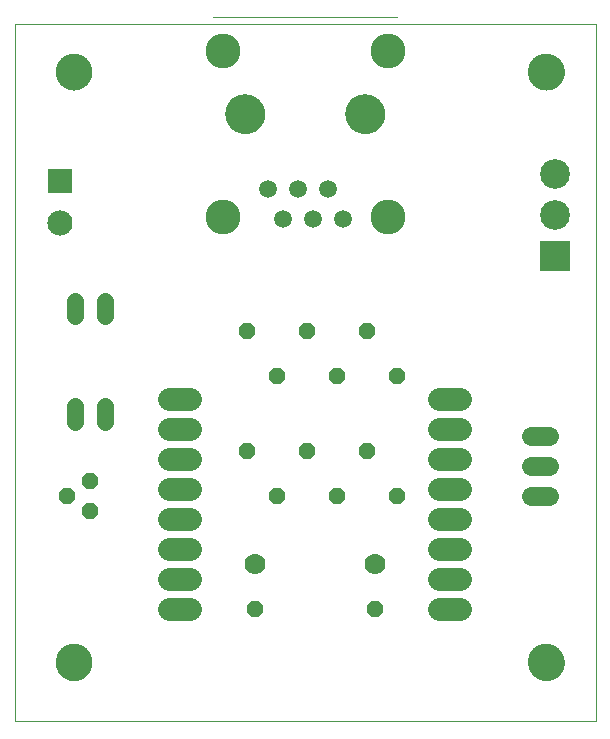
<source format=gbs>
G75*
%MOIN*%
%OFA0B0*%
%FSLAX25Y25*%
%IPPOS*%
%LPD*%
%AMOC8*
5,1,8,0,0,1.08239X$1,22.5*
%
%ADD10C,0.00000*%
%ADD11R,0.08400X0.08400*%
%ADD12C,0.08400*%
%ADD13R,0.09900X0.09900*%
%ADD14C,0.09900*%
%ADD15OC8,0.05600*%
%ADD16C,0.07600*%
%ADD17C,0.00039*%
%ADD18C,0.05943*%
%ADD19C,0.11620*%
%ADD20C,0.13200*%
%ADD21C,0.07000*%
%ADD22C,0.12211*%
%ADD23C,0.05600*%
%ADD24C,0.06400*%
D10*
X0001800Y0001800D02*
X0001800Y0234261D01*
X0195501Y0234261D01*
X0195501Y0001800D01*
X0001800Y0001800D01*
X0015579Y0021485D02*
X0015581Y0021638D01*
X0015587Y0021792D01*
X0015597Y0021945D01*
X0015611Y0022097D01*
X0015629Y0022250D01*
X0015651Y0022401D01*
X0015676Y0022552D01*
X0015706Y0022703D01*
X0015740Y0022853D01*
X0015777Y0023001D01*
X0015818Y0023149D01*
X0015863Y0023295D01*
X0015912Y0023441D01*
X0015965Y0023585D01*
X0016021Y0023727D01*
X0016081Y0023868D01*
X0016145Y0024008D01*
X0016212Y0024146D01*
X0016283Y0024282D01*
X0016358Y0024416D01*
X0016435Y0024548D01*
X0016517Y0024678D01*
X0016601Y0024806D01*
X0016689Y0024932D01*
X0016780Y0025055D01*
X0016874Y0025176D01*
X0016972Y0025294D01*
X0017072Y0025410D01*
X0017176Y0025523D01*
X0017282Y0025634D01*
X0017391Y0025742D01*
X0017503Y0025847D01*
X0017617Y0025948D01*
X0017735Y0026047D01*
X0017854Y0026143D01*
X0017976Y0026236D01*
X0018101Y0026325D01*
X0018228Y0026412D01*
X0018357Y0026494D01*
X0018488Y0026574D01*
X0018621Y0026650D01*
X0018756Y0026723D01*
X0018893Y0026792D01*
X0019032Y0026857D01*
X0019172Y0026919D01*
X0019314Y0026977D01*
X0019457Y0027032D01*
X0019602Y0027083D01*
X0019748Y0027130D01*
X0019895Y0027173D01*
X0020043Y0027212D01*
X0020192Y0027248D01*
X0020342Y0027279D01*
X0020493Y0027307D01*
X0020644Y0027331D01*
X0020797Y0027351D01*
X0020949Y0027367D01*
X0021102Y0027379D01*
X0021255Y0027387D01*
X0021408Y0027391D01*
X0021562Y0027391D01*
X0021715Y0027387D01*
X0021868Y0027379D01*
X0022021Y0027367D01*
X0022173Y0027351D01*
X0022326Y0027331D01*
X0022477Y0027307D01*
X0022628Y0027279D01*
X0022778Y0027248D01*
X0022927Y0027212D01*
X0023075Y0027173D01*
X0023222Y0027130D01*
X0023368Y0027083D01*
X0023513Y0027032D01*
X0023656Y0026977D01*
X0023798Y0026919D01*
X0023938Y0026857D01*
X0024077Y0026792D01*
X0024214Y0026723D01*
X0024349Y0026650D01*
X0024482Y0026574D01*
X0024613Y0026494D01*
X0024742Y0026412D01*
X0024869Y0026325D01*
X0024994Y0026236D01*
X0025116Y0026143D01*
X0025235Y0026047D01*
X0025353Y0025948D01*
X0025467Y0025847D01*
X0025579Y0025742D01*
X0025688Y0025634D01*
X0025794Y0025523D01*
X0025898Y0025410D01*
X0025998Y0025294D01*
X0026096Y0025176D01*
X0026190Y0025055D01*
X0026281Y0024932D01*
X0026369Y0024806D01*
X0026453Y0024678D01*
X0026535Y0024548D01*
X0026612Y0024416D01*
X0026687Y0024282D01*
X0026758Y0024146D01*
X0026825Y0024008D01*
X0026889Y0023868D01*
X0026949Y0023727D01*
X0027005Y0023585D01*
X0027058Y0023441D01*
X0027107Y0023295D01*
X0027152Y0023149D01*
X0027193Y0023001D01*
X0027230Y0022853D01*
X0027264Y0022703D01*
X0027294Y0022552D01*
X0027319Y0022401D01*
X0027341Y0022250D01*
X0027359Y0022097D01*
X0027373Y0021945D01*
X0027383Y0021792D01*
X0027389Y0021638D01*
X0027391Y0021485D01*
X0027389Y0021332D01*
X0027383Y0021178D01*
X0027373Y0021025D01*
X0027359Y0020873D01*
X0027341Y0020720D01*
X0027319Y0020569D01*
X0027294Y0020418D01*
X0027264Y0020267D01*
X0027230Y0020117D01*
X0027193Y0019969D01*
X0027152Y0019821D01*
X0027107Y0019675D01*
X0027058Y0019529D01*
X0027005Y0019385D01*
X0026949Y0019243D01*
X0026889Y0019102D01*
X0026825Y0018962D01*
X0026758Y0018824D01*
X0026687Y0018688D01*
X0026612Y0018554D01*
X0026535Y0018422D01*
X0026453Y0018292D01*
X0026369Y0018164D01*
X0026281Y0018038D01*
X0026190Y0017915D01*
X0026096Y0017794D01*
X0025998Y0017676D01*
X0025898Y0017560D01*
X0025794Y0017447D01*
X0025688Y0017336D01*
X0025579Y0017228D01*
X0025467Y0017123D01*
X0025353Y0017022D01*
X0025235Y0016923D01*
X0025116Y0016827D01*
X0024994Y0016734D01*
X0024869Y0016645D01*
X0024742Y0016558D01*
X0024613Y0016476D01*
X0024482Y0016396D01*
X0024349Y0016320D01*
X0024214Y0016247D01*
X0024077Y0016178D01*
X0023938Y0016113D01*
X0023798Y0016051D01*
X0023656Y0015993D01*
X0023513Y0015938D01*
X0023368Y0015887D01*
X0023222Y0015840D01*
X0023075Y0015797D01*
X0022927Y0015758D01*
X0022778Y0015722D01*
X0022628Y0015691D01*
X0022477Y0015663D01*
X0022326Y0015639D01*
X0022173Y0015619D01*
X0022021Y0015603D01*
X0021868Y0015591D01*
X0021715Y0015583D01*
X0021562Y0015579D01*
X0021408Y0015579D01*
X0021255Y0015583D01*
X0021102Y0015591D01*
X0020949Y0015603D01*
X0020797Y0015619D01*
X0020644Y0015639D01*
X0020493Y0015663D01*
X0020342Y0015691D01*
X0020192Y0015722D01*
X0020043Y0015758D01*
X0019895Y0015797D01*
X0019748Y0015840D01*
X0019602Y0015887D01*
X0019457Y0015938D01*
X0019314Y0015993D01*
X0019172Y0016051D01*
X0019032Y0016113D01*
X0018893Y0016178D01*
X0018756Y0016247D01*
X0018621Y0016320D01*
X0018488Y0016396D01*
X0018357Y0016476D01*
X0018228Y0016558D01*
X0018101Y0016645D01*
X0017976Y0016734D01*
X0017854Y0016827D01*
X0017735Y0016923D01*
X0017617Y0017022D01*
X0017503Y0017123D01*
X0017391Y0017228D01*
X0017282Y0017336D01*
X0017176Y0017447D01*
X0017072Y0017560D01*
X0016972Y0017676D01*
X0016874Y0017794D01*
X0016780Y0017915D01*
X0016689Y0018038D01*
X0016601Y0018164D01*
X0016517Y0018292D01*
X0016435Y0018422D01*
X0016358Y0018554D01*
X0016283Y0018688D01*
X0016212Y0018824D01*
X0016145Y0018962D01*
X0016081Y0019102D01*
X0016021Y0019243D01*
X0015965Y0019385D01*
X0015912Y0019529D01*
X0015863Y0019675D01*
X0015818Y0019821D01*
X0015777Y0019969D01*
X0015740Y0020117D01*
X0015706Y0020267D01*
X0015676Y0020418D01*
X0015651Y0020569D01*
X0015629Y0020720D01*
X0015611Y0020873D01*
X0015597Y0021025D01*
X0015587Y0021178D01*
X0015581Y0021332D01*
X0015579Y0021485D01*
X0072231Y0204300D02*
X0072233Y0204460D01*
X0072239Y0204619D01*
X0072249Y0204778D01*
X0072263Y0204937D01*
X0072281Y0205096D01*
X0072302Y0205254D01*
X0072328Y0205411D01*
X0072358Y0205568D01*
X0072391Y0205724D01*
X0072429Y0205879D01*
X0072470Y0206033D01*
X0072515Y0206186D01*
X0072564Y0206338D01*
X0072617Y0206489D01*
X0072673Y0206638D01*
X0072734Y0206786D01*
X0072797Y0206932D01*
X0072865Y0207077D01*
X0072936Y0207220D01*
X0073010Y0207361D01*
X0073088Y0207500D01*
X0073170Y0207637D01*
X0073255Y0207772D01*
X0073343Y0207905D01*
X0073435Y0208036D01*
X0073529Y0208164D01*
X0073627Y0208290D01*
X0073728Y0208414D01*
X0073832Y0208535D01*
X0073939Y0208653D01*
X0074049Y0208769D01*
X0074162Y0208882D01*
X0074278Y0208992D01*
X0074396Y0209099D01*
X0074517Y0209203D01*
X0074641Y0209304D01*
X0074767Y0209402D01*
X0074895Y0209496D01*
X0075026Y0209588D01*
X0075159Y0209676D01*
X0075294Y0209761D01*
X0075431Y0209843D01*
X0075570Y0209921D01*
X0075711Y0209995D01*
X0075854Y0210066D01*
X0075999Y0210134D01*
X0076145Y0210197D01*
X0076293Y0210258D01*
X0076442Y0210314D01*
X0076593Y0210367D01*
X0076745Y0210416D01*
X0076898Y0210461D01*
X0077052Y0210502D01*
X0077207Y0210540D01*
X0077363Y0210573D01*
X0077520Y0210603D01*
X0077677Y0210629D01*
X0077835Y0210650D01*
X0077994Y0210668D01*
X0078153Y0210682D01*
X0078312Y0210692D01*
X0078471Y0210698D01*
X0078631Y0210700D01*
X0078791Y0210698D01*
X0078950Y0210692D01*
X0079109Y0210682D01*
X0079268Y0210668D01*
X0079427Y0210650D01*
X0079585Y0210629D01*
X0079742Y0210603D01*
X0079899Y0210573D01*
X0080055Y0210540D01*
X0080210Y0210502D01*
X0080364Y0210461D01*
X0080517Y0210416D01*
X0080669Y0210367D01*
X0080820Y0210314D01*
X0080969Y0210258D01*
X0081117Y0210197D01*
X0081263Y0210134D01*
X0081408Y0210066D01*
X0081551Y0209995D01*
X0081692Y0209921D01*
X0081831Y0209843D01*
X0081968Y0209761D01*
X0082103Y0209676D01*
X0082236Y0209588D01*
X0082367Y0209496D01*
X0082495Y0209402D01*
X0082621Y0209304D01*
X0082745Y0209203D01*
X0082866Y0209099D01*
X0082984Y0208992D01*
X0083100Y0208882D01*
X0083213Y0208769D01*
X0083323Y0208653D01*
X0083430Y0208535D01*
X0083534Y0208414D01*
X0083635Y0208290D01*
X0083733Y0208164D01*
X0083827Y0208036D01*
X0083919Y0207905D01*
X0084007Y0207772D01*
X0084092Y0207637D01*
X0084174Y0207500D01*
X0084252Y0207361D01*
X0084326Y0207220D01*
X0084397Y0207077D01*
X0084465Y0206932D01*
X0084528Y0206786D01*
X0084589Y0206638D01*
X0084645Y0206489D01*
X0084698Y0206338D01*
X0084747Y0206186D01*
X0084792Y0206033D01*
X0084833Y0205879D01*
X0084871Y0205724D01*
X0084904Y0205568D01*
X0084934Y0205411D01*
X0084960Y0205254D01*
X0084981Y0205096D01*
X0084999Y0204937D01*
X0085013Y0204778D01*
X0085023Y0204619D01*
X0085029Y0204460D01*
X0085031Y0204300D01*
X0085029Y0204140D01*
X0085023Y0203981D01*
X0085013Y0203822D01*
X0084999Y0203663D01*
X0084981Y0203504D01*
X0084960Y0203346D01*
X0084934Y0203189D01*
X0084904Y0203032D01*
X0084871Y0202876D01*
X0084833Y0202721D01*
X0084792Y0202567D01*
X0084747Y0202414D01*
X0084698Y0202262D01*
X0084645Y0202111D01*
X0084589Y0201962D01*
X0084528Y0201814D01*
X0084465Y0201668D01*
X0084397Y0201523D01*
X0084326Y0201380D01*
X0084252Y0201239D01*
X0084174Y0201100D01*
X0084092Y0200963D01*
X0084007Y0200828D01*
X0083919Y0200695D01*
X0083827Y0200564D01*
X0083733Y0200436D01*
X0083635Y0200310D01*
X0083534Y0200186D01*
X0083430Y0200065D01*
X0083323Y0199947D01*
X0083213Y0199831D01*
X0083100Y0199718D01*
X0082984Y0199608D01*
X0082866Y0199501D01*
X0082745Y0199397D01*
X0082621Y0199296D01*
X0082495Y0199198D01*
X0082367Y0199104D01*
X0082236Y0199012D01*
X0082103Y0198924D01*
X0081968Y0198839D01*
X0081831Y0198757D01*
X0081692Y0198679D01*
X0081551Y0198605D01*
X0081408Y0198534D01*
X0081263Y0198466D01*
X0081117Y0198403D01*
X0080969Y0198342D01*
X0080820Y0198286D01*
X0080669Y0198233D01*
X0080517Y0198184D01*
X0080364Y0198139D01*
X0080210Y0198098D01*
X0080055Y0198060D01*
X0079899Y0198027D01*
X0079742Y0197997D01*
X0079585Y0197971D01*
X0079427Y0197950D01*
X0079268Y0197932D01*
X0079109Y0197918D01*
X0078950Y0197908D01*
X0078791Y0197902D01*
X0078631Y0197900D01*
X0078471Y0197902D01*
X0078312Y0197908D01*
X0078153Y0197918D01*
X0077994Y0197932D01*
X0077835Y0197950D01*
X0077677Y0197971D01*
X0077520Y0197997D01*
X0077363Y0198027D01*
X0077207Y0198060D01*
X0077052Y0198098D01*
X0076898Y0198139D01*
X0076745Y0198184D01*
X0076593Y0198233D01*
X0076442Y0198286D01*
X0076293Y0198342D01*
X0076145Y0198403D01*
X0075999Y0198466D01*
X0075854Y0198534D01*
X0075711Y0198605D01*
X0075570Y0198679D01*
X0075431Y0198757D01*
X0075294Y0198839D01*
X0075159Y0198924D01*
X0075026Y0199012D01*
X0074895Y0199104D01*
X0074767Y0199198D01*
X0074641Y0199296D01*
X0074517Y0199397D01*
X0074396Y0199501D01*
X0074278Y0199608D01*
X0074162Y0199718D01*
X0074049Y0199831D01*
X0073939Y0199947D01*
X0073832Y0200065D01*
X0073728Y0200186D01*
X0073627Y0200310D01*
X0073529Y0200436D01*
X0073435Y0200564D01*
X0073343Y0200695D01*
X0073255Y0200828D01*
X0073170Y0200963D01*
X0073088Y0201100D01*
X0073010Y0201239D01*
X0072936Y0201380D01*
X0072865Y0201523D01*
X0072797Y0201668D01*
X0072734Y0201814D01*
X0072673Y0201962D01*
X0072617Y0202111D01*
X0072564Y0202262D01*
X0072515Y0202414D01*
X0072470Y0202567D01*
X0072429Y0202721D01*
X0072391Y0202876D01*
X0072358Y0203032D01*
X0072328Y0203189D01*
X0072302Y0203346D01*
X0072281Y0203504D01*
X0072263Y0203663D01*
X0072249Y0203822D01*
X0072239Y0203981D01*
X0072233Y0204140D01*
X0072231Y0204300D01*
X0112231Y0204300D02*
X0112233Y0204460D01*
X0112239Y0204619D01*
X0112249Y0204778D01*
X0112263Y0204937D01*
X0112281Y0205096D01*
X0112302Y0205254D01*
X0112328Y0205411D01*
X0112358Y0205568D01*
X0112391Y0205724D01*
X0112429Y0205879D01*
X0112470Y0206033D01*
X0112515Y0206186D01*
X0112564Y0206338D01*
X0112617Y0206489D01*
X0112673Y0206638D01*
X0112734Y0206786D01*
X0112797Y0206932D01*
X0112865Y0207077D01*
X0112936Y0207220D01*
X0113010Y0207361D01*
X0113088Y0207500D01*
X0113170Y0207637D01*
X0113255Y0207772D01*
X0113343Y0207905D01*
X0113435Y0208036D01*
X0113529Y0208164D01*
X0113627Y0208290D01*
X0113728Y0208414D01*
X0113832Y0208535D01*
X0113939Y0208653D01*
X0114049Y0208769D01*
X0114162Y0208882D01*
X0114278Y0208992D01*
X0114396Y0209099D01*
X0114517Y0209203D01*
X0114641Y0209304D01*
X0114767Y0209402D01*
X0114895Y0209496D01*
X0115026Y0209588D01*
X0115159Y0209676D01*
X0115294Y0209761D01*
X0115431Y0209843D01*
X0115570Y0209921D01*
X0115711Y0209995D01*
X0115854Y0210066D01*
X0115999Y0210134D01*
X0116145Y0210197D01*
X0116293Y0210258D01*
X0116442Y0210314D01*
X0116593Y0210367D01*
X0116745Y0210416D01*
X0116898Y0210461D01*
X0117052Y0210502D01*
X0117207Y0210540D01*
X0117363Y0210573D01*
X0117520Y0210603D01*
X0117677Y0210629D01*
X0117835Y0210650D01*
X0117994Y0210668D01*
X0118153Y0210682D01*
X0118312Y0210692D01*
X0118471Y0210698D01*
X0118631Y0210700D01*
X0118791Y0210698D01*
X0118950Y0210692D01*
X0119109Y0210682D01*
X0119268Y0210668D01*
X0119427Y0210650D01*
X0119585Y0210629D01*
X0119742Y0210603D01*
X0119899Y0210573D01*
X0120055Y0210540D01*
X0120210Y0210502D01*
X0120364Y0210461D01*
X0120517Y0210416D01*
X0120669Y0210367D01*
X0120820Y0210314D01*
X0120969Y0210258D01*
X0121117Y0210197D01*
X0121263Y0210134D01*
X0121408Y0210066D01*
X0121551Y0209995D01*
X0121692Y0209921D01*
X0121831Y0209843D01*
X0121968Y0209761D01*
X0122103Y0209676D01*
X0122236Y0209588D01*
X0122367Y0209496D01*
X0122495Y0209402D01*
X0122621Y0209304D01*
X0122745Y0209203D01*
X0122866Y0209099D01*
X0122984Y0208992D01*
X0123100Y0208882D01*
X0123213Y0208769D01*
X0123323Y0208653D01*
X0123430Y0208535D01*
X0123534Y0208414D01*
X0123635Y0208290D01*
X0123733Y0208164D01*
X0123827Y0208036D01*
X0123919Y0207905D01*
X0124007Y0207772D01*
X0124092Y0207637D01*
X0124174Y0207500D01*
X0124252Y0207361D01*
X0124326Y0207220D01*
X0124397Y0207077D01*
X0124465Y0206932D01*
X0124528Y0206786D01*
X0124589Y0206638D01*
X0124645Y0206489D01*
X0124698Y0206338D01*
X0124747Y0206186D01*
X0124792Y0206033D01*
X0124833Y0205879D01*
X0124871Y0205724D01*
X0124904Y0205568D01*
X0124934Y0205411D01*
X0124960Y0205254D01*
X0124981Y0205096D01*
X0124999Y0204937D01*
X0125013Y0204778D01*
X0125023Y0204619D01*
X0125029Y0204460D01*
X0125031Y0204300D01*
X0125029Y0204140D01*
X0125023Y0203981D01*
X0125013Y0203822D01*
X0124999Y0203663D01*
X0124981Y0203504D01*
X0124960Y0203346D01*
X0124934Y0203189D01*
X0124904Y0203032D01*
X0124871Y0202876D01*
X0124833Y0202721D01*
X0124792Y0202567D01*
X0124747Y0202414D01*
X0124698Y0202262D01*
X0124645Y0202111D01*
X0124589Y0201962D01*
X0124528Y0201814D01*
X0124465Y0201668D01*
X0124397Y0201523D01*
X0124326Y0201380D01*
X0124252Y0201239D01*
X0124174Y0201100D01*
X0124092Y0200963D01*
X0124007Y0200828D01*
X0123919Y0200695D01*
X0123827Y0200564D01*
X0123733Y0200436D01*
X0123635Y0200310D01*
X0123534Y0200186D01*
X0123430Y0200065D01*
X0123323Y0199947D01*
X0123213Y0199831D01*
X0123100Y0199718D01*
X0122984Y0199608D01*
X0122866Y0199501D01*
X0122745Y0199397D01*
X0122621Y0199296D01*
X0122495Y0199198D01*
X0122367Y0199104D01*
X0122236Y0199012D01*
X0122103Y0198924D01*
X0121968Y0198839D01*
X0121831Y0198757D01*
X0121692Y0198679D01*
X0121551Y0198605D01*
X0121408Y0198534D01*
X0121263Y0198466D01*
X0121117Y0198403D01*
X0120969Y0198342D01*
X0120820Y0198286D01*
X0120669Y0198233D01*
X0120517Y0198184D01*
X0120364Y0198139D01*
X0120210Y0198098D01*
X0120055Y0198060D01*
X0119899Y0198027D01*
X0119742Y0197997D01*
X0119585Y0197971D01*
X0119427Y0197950D01*
X0119268Y0197932D01*
X0119109Y0197918D01*
X0118950Y0197908D01*
X0118791Y0197902D01*
X0118631Y0197900D01*
X0118471Y0197902D01*
X0118312Y0197908D01*
X0118153Y0197918D01*
X0117994Y0197932D01*
X0117835Y0197950D01*
X0117677Y0197971D01*
X0117520Y0197997D01*
X0117363Y0198027D01*
X0117207Y0198060D01*
X0117052Y0198098D01*
X0116898Y0198139D01*
X0116745Y0198184D01*
X0116593Y0198233D01*
X0116442Y0198286D01*
X0116293Y0198342D01*
X0116145Y0198403D01*
X0115999Y0198466D01*
X0115854Y0198534D01*
X0115711Y0198605D01*
X0115570Y0198679D01*
X0115431Y0198757D01*
X0115294Y0198839D01*
X0115159Y0198924D01*
X0115026Y0199012D01*
X0114895Y0199104D01*
X0114767Y0199198D01*
X0114641Y0199296D01*
X0114517Y0199397D01*
X0114396Y0199501D01*
X0114278Y0199608D01*
X0114162Y0199718D01*
X0114049Y0199831D01*
X0113939Y0199947D01*
X0113832Y0200065D01*
X0113728Y0200186D01*
X0113627Y0200310D01*
X0113529Y0200436D01*
X0113435Y0200564D01*
X0113343Y0200695D01*
X0113255Y0200828D01*
X0113170Y0200963D01*
X0113088Y0201100D01*
X0113010Y0201239D01*
X0112936Y0201380D01*
X0112865Y0201523D01*
X0112797Y0201668D01*
X0112734Y0201814D01*
X0112673Y0201962D01*
X0112617Y0202111D01*
X0112564Y0202262D01*
X0112515Y0202414D01*
X0112470Y0202567D01*
X0112429Y0202721D01*
X0112391Y0202876D01*
X0112358Y0203032D01*
X0112328Y0203189D01*
X0112302Y0203346D01*
X0112281Y0203504D01*
X0112263Y0203663D01*
X0112249Y0203822D01*
X0112239Y0203981D01*
X0112233Y0204140D01*
X0112231Y0204300D01*
X0173059Y0218335D02*
X0173061Y0218488D01*
X0173067Y0218642D01*
X0173077Y0218795D01*
X0173091Y0218947D01*
X0173109Y0219100D01*
X0173131Y0219251D01*
X0173156Y0219402D01*
X0173186Y0219553D01*
X0173220Y0219703D01*
X0173257Y0219851D01*
X0173298Y0219999D01*
X0173343Y0220145D01*
X0173392Y0220291D01*
X0173445Y0220435D01*
X0173501Y0220577D01*
X0173561Y0220718D01*
X0173625Y0220858D01*
X0173692Y0220996D01*
X0173763Y0221132D01*
X0173838Y0221266D01*
X0173915Y0221398D01*
X0173997Y0221528D01*
X0174081Y0221656D01*
X0174169Y0221782D01*
X0174260Y0221905D01*
X0174354Y0222026D01*
X0174452Y0222144D01*
X0174552Y0222260D01*
X0174656Y0222373D01*
X0174762Y0222484D01*
X0174871Y0222592D01*
X0174983Y0222697D01*
X0175097Y0222798D01*
X0175215Y0222897D01*
X0175334Y0222993D01*
X0175456Y0223086D01*
X0175581Y0223175D01*
X0175708Y0223262D01*
X0175837Y0223344D01*
X0175968Y0223424D01*
X0176101Y0223500D01*
X0176236Y0223573D01*
X0176373Y0223642D01*
X0176512Y0223707D01*
X0176652Y0223769D01*
X0176794Y0223827D01*
X0176937Y0223882D01*
X0177082Y0223933D01*
X0177228Y0223980D01*
X0177375Y0224023D01*
X0177523Y0224062D01*
X0177672Y0224098D01*
X0177822Y0224129D01*
X0177973Y0224157D01*
X0178124Y0224181D01*
X0178277Y0224201D01*
X0178429Y0224217D01*
X0178582Y0224229D01*
X0178735Y0224237D01*
X0178888Y0224241D01*
X0179042Y0224241D01*
X0179195Y0224237D01*
X0179348Y0224229D01*
X0179501Y0224217D01*
X0179653Y0224201D01*
X0179806Y0224181D01*
X0179957Y0224157D01*
X0180108Y0224129D01*
X0180258Y0224098D01*
X0180407Y0224062D01*
X0180555Y0224023D01*
X0180702Y0223980D01*
X0180848Y0223933D01*
X0180993Y0223882D01*
X0181136Y0223827D01*
X0181278Y0223769D01*
X0181418Y0223707D01*
X0181557Y0223642D01*
X0181694Y0223573D01*
X0181829Y0223500D01*
X0181962Y0223424D01*
X0182093Y0223344D01*
X0182222Y0223262D01*
X0182349Y0223175D01*
X0182474Y0223086D01*
X0182596Y0222993D01*
X0182715Y0222897D01*
X0182833Y0222798D01*
X0182947Y0222697D01*
X0183059Y0222592D01*
X0183168Y0222484D01*
X0183274Y0222373D01*
X0183378Y0222260D01*
X0183478Y0222144D01*
X0183576Y0222026D01*
X0183670Y0221905D01*
X0183761Y0221782D01*
X0183849Y0221656D01*
X0183933Y0221528D01*
X0184015Y0221398D01*
X0184092Y0221266D01*
X0184167Y0221132D01*
X0184238Y0220996D01*
X0184305Y0220858D01*
X0184369Y0220718D01*
X0184429Y0220577D01*
X0184485Y0220435D01*
X0184538Y0220291D01*
X0184587Y0220145D01*
X0184632Y0219999D01*
X0184673Y0219851D01*
X0184710Y0219703D01*
X0184744Y0219553D01*
X0184774Y0219402D01*
X0184799Y0219251D01*
X0184821Y0219100D01*
X0184839Y0218947D01*
X0184853Y0218795D01*
X0184863Y0218642D01*
X0184869Y0218488D01*
X0184871Y0218335D01*
X0184869Y0218182D01*
X0184863Y0218028D01*
X0184853Y0217875D01*
X0184839Y0217723D01*
X0184821Y0217570D01*
X0184799Y0217419D01*
X0184774Y0217268D01*
X0184744Y0217117D01*
X0184710Y0216967D01*
X0184673Y0216819D01*
X0184632Y0216671D01*
X0184587Y0216525D01*
X0184538Y0216379D01*
X0184485Y0216235D01*
X0184429Y0216093D01*
X0184369Y0215952D01*
X0184305Y0215812D01*
X0184238Y0215674D01*
X0184167Y0215538D01*
X0184092Y0215404D01*
X0184015Y0215272D01*
X0183933Y0215142D01*
X0183849Y0215014D01*
X0183761Y0214888D01*
X0183670Y0214765D01*
X0183576Y0214644D01*
X0183478Y0214526D01*
X0183378Y0214410D01*
X0183274Y0214297D01*
X0183168Y0214186D01*
X0183059Y0214078D01*
X0182947Y0213973D01*
X0182833Y0213872D01*
X0182715Y0213773D01*
X0182596Y0213677D01*
X0182474Y0213584D01*
X0182349Y0213495D01*
X0182222Y0213408D01*
X0182093Y0213326D01*
X0181962Y0213246D01*
X0181829Y0213170D01*
X0181694Y0213097D01*
X0181557Y0213028D01*
X0181418Y0212963D01*
X0181278Y0212901D01*
X0181136Y0212843D01*
X0180993Y0212788D01*
X0180848Y0212737D01*
X0180702Y0212690D01*
X0180555Y0212647D01*
X0180407Y0212608D01*
X0180258Y0212572D01*
X0180108Y0212541D01*
X0179957Y0212513D01*
X0179806Y0212489D01*
X0179653Y0212469D01*
X0179501Y0212453D01*
X0179348Y0212441D01*
X0179195Y0212433D01*
X0179042Y0212429D01*
X0178888Y0212429D01*
X0178735Y0212433D01*
X0178582Y0212441D01*
X0178429Y0212453D01*
X0178277Y0212469D01*
X0178124Y0212489D01*
X0177973Y0212513D01*
X0177822Y0212541D01*
X0177672Y0212572D01*
X0177523Y0212608D01*
X0177375Y0212647D01*
X0177228Y0212690D01*
X0177082Y0212737D01*
X0176937Y0212788D01*
X0176794Y0212843D01*
X0176652Y0212901D01*
X0176512Y0212963D01*
X0176373Y0213028D01*
X0176236Y0213097D01*
X0176101Y0213170D01*
X0175968Y0213246D01*
X0175837Y0213326D01*
X0175708Y0213408D01*
X0175581Y0213495D01*
X0175456Y0213584D01*
X0175334Y0213677D01*
X0175215Y0213773D01*
X0175097Y0213872D01*
X0174983Y0213973D01*
X0174871Y0214078D01*
X0174762Y0214186D01*
X0174656Y0214297D01*
X0174552Y0214410D01*
X0174452Y0214526D01*
X0174354Y0214644D01*
X0174260Y0214765D01*
X0174169Y0214888D01*
X0174081Y0215014D01*
X0173997Y0215142D01*
X0173915Y0215272D01*
X0173838Y0215404D01*
X0173763Y0215538D01*
X0173692Y0215674D01*
X0173625Y0215812D01*
X0173561Y0215952D01*
X0173501Y0216093D01*
X0173445Y0216235D01*
X0173392Y0216379D01*
X0173343Y0216525D01*
X0173298Y0216671D01*
X0173257Y0216819D01*
X0173220Y0216967D01*
X0173186Y0217117D01*
X0173156Y0217268D01*
X0173131Y0217419D01*
X0173109Y0217570D01*
X0173091Y0217723D01*
X0173077Y0217875D01*
X0173067Y0218028D01*
X0173061Y0218182D01*
X0173059Y0218335D01*
X0015579Y0218335D02*
X0015581Y0218488D01*
X0015587Y0218642D01*
X0015597Y0218795D01*
X0015611Y0218947D01*
X0015629Y0219100D01*
X0015651Y0219251D01*
X0015676Y0219402D01*
X0015706Y0219553D01*
X0015740Y0219703D01*
X0015777Y0219851D01*
X0015818Y0219999D01*
X0015863Y0220145D01*
X0015912Y0220291D01*
X0015965Y0220435D01*
X0016021Y0220577D01*
X0016081Y0220718D01*
X0016145Y0220858D01*
X0016212Y0220996D01*
X0016283Y0221132D01*
X0016358Y0221266D01*
X0016435Y0221398D01*
X0016517Y0221528D01*
X0016601Y0221656D01*
X0016689Y0221782D01*
X0016780Y0221905D01*
X0016874Y0222026D01*
X0016972Y0222144D01*
X0017072Y0222260D01*
X0017176Y0222373D01*
X0017282Y0222484D01*
X0017391Y0222592D01*
X0017503Y0222697D01*
X0017617Y0222798D01*
X0017735Y0222897D01*
X0017854Y0222993D01*
X0017976Y0223086D01*
X0018101Y0223175D01*
X0018228Y0223262D01*
X0018357Y0223344D01*
X0018488Y0223424D01*
X0018621Y0223500D01*
X0018756Y0223573D01*
X0018893Y0223642D01*
X0019032Y0223707D01*
X0019172Y0223769D01*
X0019314Y0223827D01*
X0019457Y0223882D01*
X0019602Y0223933D01*
X0019748Y0223980D01*
X0019895Y0224023D01*
X0020043Y0224062D01*
X0020192Y0224098D01*
X0020342Y0224129D01*
X0020493Y0224157D01*
X0020644Y0224181D01*
X0020797Y0224201D01*
X0020949Y0224217D01*
X0021102Y0224229D01*
X0021255Y0224237D01*
X0021408Y0224241D01*
X0021562Y0224241D01*
X0021715Y0224237D01*
X0021868Y0224229D01*
X0022021Y0224217D01*
X0022173Y0224201D01*
X0022326Y0224181D01*
X0022477Y0224157D01*
X0022628Y0224129D01*
X0022778Y0224098D01*
X0022927Y0224062D01*
X0023075Y0224023D01*
X0023222Y0223980D01*
X0023368Y0223933D01*
X0023513Y0223882D01*
X0023656Y0223827D01*
X0023798Y0223769D01*
X0023938Y0223707D01*
X0024077Y0223642D01*
X0024214Y0223573D01*
X0024349Y0223500D01*
X0024482Y0223424D01*
X0024613Y0223344D01*
X0024742Y0223262D01*
X0024869Y0223175D01*
X0024994Y0223086D01*
X0025116Y0222993D01*
X0025235Y0222897D01*
X0025353Y0222798D01*
X0025467Y0222697D01*
X0025579Y0222592D01*
X0025688Y0222484D01*
X0025794Y0222373D01*
X0025898Y0222260D01*
X0025998Y0222144D01*
X0026096Y0222026D01*
X0026190Y0221905D01*
X0026281Y0221782D01*
X0026369Y0221656D01*
X0026453Y0221528D01*
X0026535Y0221398D01*
X0026612Y0221266D01*
X0026687Y0221132D01*
X0026758Y0220996D01*
X0026825Y0220858D01*
X0026889Y0220718D01*
X0026949Y0220577D01*
X0027005Y0220435D01*
X0027058Y0220291D01*
X0027107Y0220145D01*
X0027152Y0219999D01*
X0027193Y0219851D01*
X0027230Y0219703D01*
X0027264Y0219553D01*
X0027294Y0219402D01*
X0027319Y0219251D01*
X0027341Y0219100D01*
X0027359Y0218947D01*
X0027373Y0218795D01*
X0027383Y0218642D01*
X0027389Y0218488D01*
X0027391Y0218335D01*
X0027389Y0218182D01*
X0027383Y0218028D01*
X0027373Y0217875D01*
X0027359Y0217723D01*
X0027341Y0217570D01*
X0027319Y0217419D01*
X0027294Y0217268D01*
X0027264Y0217117D01*
X0027230Y0216967D01*
X0027193Y0216819D01*
X0027152Y0216671D01*
X0027107Y0216525D01*
X0027058Y0216379D01*
X0027005Y0216235D01*
X0026949Y0216093D01*
X0026889Y0215952D01*
X0026825Y0215812D01*
X0026758Y0215674D01*
X0026687Y0215538D01*
X0026612Y0215404D01*
X0026535Y0215272D01*
X0026453Y0215142D01*
X0026369Y0215014D01*
X0026281Y0214888D01*
X0026190Y0214765D01*
X0026096Y0214644D01*
X0025998Y0214526D01*
X0025898Y0214410D01*
X0025794Y0214297D01*
X0025688Y0214186D01*
X0025579Y0214078D01*
X0025467Y0213973D01*
X0025353Y0213872D01*
X0025235Y0213773D01*
X0025116Y0213677D01*
X0024994Y0213584D01*
X0024869Y0213495D01*
X0024742Y0213408D01*
X0024613Y0213326D01*
X0024482Y0213246D01*
X0024349Y0213170D01*
X0024214Y0213097D01*
X0024077Y0213028D01*
X0023938Y0212963D01*
X0023798Y0212901D01*
X0023656Y0212843D01*
X0023513Y0212788D01*
X0023368Y0212737D01*
X0023222Y0212690D01*
X0023075Y0212647D01*
X0022927Y0212608D01*
X0022778Y0212572D01*
X0022628Y0212541D01*
X0022477Y0212513D01*
X0022326Y0212489D01*
X0022173Y0212469D01*
X0022021Y0212453D01*
X0021868Y0212441D01*
X0021715Y0212433D01*
X0021562Y0212429D01*
X0021408Y0212429D01*
X0021255Y0212433D01*
X0021102Y0212441D01*
X0020949Y0212453D01*
X0020797Y0212469D01*
X0020644Y0212489D01*
X0020493Y0212513D01*
X0020342Y0212541D01*
X0020192Y0212572D01*
X0020043Y0212608D01*
X0019895Y0212647D01*
X0019748Y0212690D01*
X0019602Y0212737D01*
X0019457Y0212788D01*
X0019314Y0212843D01*
X0019172Y0212901D01*
X0019032Y0212963D01*
X0018893Y0213028D01*
X0018756Y0213097D01*
X0018621Y0213170D01*
X0018488Y0213246D01*
X0018357Y0213326D01*
X0018228Y0213408D01*
X0018101Y0213495D01*
X0017976Y0213584D01*
X0017854Y0213677D01*
X0017735Y0213773D01*
X0017617Y0213872D01*
X0017503Y0213973D01*
X0017391Y0214078D01*
X0017282Y0214186D01*
X0017176Y0214297D01*
X0017072Y0214410D01*
X0016972Y0214526D01*
X0016874Y0214644D01*
X0016780Y0214765D01*
X0016689Y0214888D01*
X0016601Y0215014D01*
X0016517Y0215142D01*
X0016435Y0215272D01*
X0016358Y0215404D01*
X0016283Y0215538D01*
X0016212Y0215674D01*
X0016145Y0215812D01*
X0016081Y0215952D01*
X0016021Y0216093D01*
X0015965Y0216235D01*
X0015912Y0216379D01*
X0015863Y0216525D01*
X0015818Y0216671D01*
X0015777Y0216819D01*
X0015740Y0216967D01*
X0015706Y0217117D01*
X0015676Y0217268D01*
X0015651Y0217419D01*
X0015629Y0217570D01*
X0015611Y0217723D01*
X0015597Y0217875D01*
X0015587Y0218028D01*
X0015581Y0218182D01*
X0015579Y0218335D01*
X0173059Y0021485D02*
X0173061Y0021638D01*
X0173067Y0021792D01*
X0173077Y0021945D01*
X0173091Y0022097D01*
X0173109Y0022250D01*
X0173131Y0022401D01*
X0173156Y0022552D01*
X0173186Y0022703D01*
X0173220Y0022853D01*
X0173257Y0023001D01*
X0173298Y0023149D01*
X0173343Y0023295D01*
X0173392Y0023441D01*
X0173445Y0023585D01*
X0173501Y0023727D01*
X0173561Y0023868D01*
X0173625Y0024008D01*
X0173692Y0024146D01*
X0173763Y0024282D01*
X0173838Y0024416D01*
X0173915Y0024548D01*
X0173997Y0024678D01*
X0174081Y0024806D01*
X0174169Y0024932D01*
X0174260Y0025055D01*
X0174354Y0025176D01*
X0174452Y0025294D01*
X0174552Y0025410D01*
X0174656Y0025523D01*
X0174762Y0025634D01*
X0174871Y0025742D01*
X0174983Y0025847D01*
X0175097Y0025948D01*
X0175215Y0026047D01*
X0175334Y0026143D01*
X0175456Y0026236D01*
X0175581Y0026325D01*
X0175708Y0026412D01*
X0175837Y0026494D01*
X0175968Y0026574D01*
X0176101Y0026650D01*
X0176236Y0026723D01*
X0176373Y0026792D01*
X0176512Y0026857D01*
X0176652Y0026919D01*
X0176794Y0026977D01*
X0176937Y0027032D01*
X0177082Y0027083D01*
X0177228Y0027130D01*
X0177375Y0027173D01*
X0177523Y0027212D01*
X0177672Y0027248D01*
X0177822Y0027279D01*
X0177973Y0027307D01*
X0178124Y0027331D01*
X0178277Y0027351D01*
X0178429Y0027367D01*
X0178582Y0027379D01*
X0178735Y0027387D01*
X0178888Y0027391D01*
X0179042Y0027391D01*
X0179195Y0027387D01*
X0179348Y0027379D01*
X0179501Y0027367D01*
X0179653Y0027351D01*
X0179806Y0027331D01*
X0179957Y0027307D01*
X0180108Y0027279D01*
X0180258Y0027248D01*
X0180407Y0027212D01*
X0180555Y0027173D01*
X0180702Y0027130D01*
X0180848Y0027083D01*
X0180993Y0027032D01*
X0181136Y0026977D01*
X0181278Y0026919D01*
X0181418Y0026857D01*
X0181557Y0026792D01*
X0181694Y0026723D01*
X0181829Y0026650D01*
X0181962Y0026574D01*
X0182093Y0026494D01*
X0182222Y0026412D01*
X0182349Y0026325D01*
X0182474Y0026236D01*
X0182596Y0026143D01*
X0182715Y0026047D01*
X0182833Y0025948D01*
X0182947Y0025847D01*
X0183059Y0025742D01*
X0183168Y0025634D01*
X0183274Y0025523D01*
X0183378Y0025410D01*
X0183478Y0025294D01*
X0183576Y0025176D01*
X0183670Y0025055D01*
X0183761Y0024932D01*
X0183849Y0024806D01*
X0183933Y0024678D01*
X0184015Y0024548D01*
X0184092Y0024416D01*
X0184167Y0024282D01*
X0184238Y0024146D01*
X0184305Y0024008D01*
X0184369Y0023868D01*
X0184429Y0023727D01*
X0184485Y0023585D01*
X0184538Y0023441D01*
X0184587Y0023295D01*
X0184632Y0023149D01*
X0184673Y0023001D01*
X0184710Y0022853D01*
X0184744Y0022703D01*
X0184774Y0022552D01*
X0184799Y0022401D01*
X0184821Y0022250D01*
X0184839Y0022097D01*
X0184853Y0021945D01*
X0184863Y0021792D01*
X0184869Y0021638D01*
X0184871Y0021485D01*
X0184869Y0021332D01*
X0184863Y0021178D01*
X0184853Y0021025D01*
X0184839Y0020873D01*
X0184821Y0020720D01*
X0184799Y0020569D01*
X0184774Y0020418D01*
X0184744Y0020267D01*
X0184710Y0020117D01*
X0184673Y0019969D01*
X0184632Y0019821D01*
X0184587Y0019675D01*
X0184538Y0019529D01*
X0184485Y0019385D01*
X0184429Y0019243D01*
X0184369Y0019102D01*
X0184305Y0018962D01*
X0184238Y0018824D01*
X0184167Y0018688D01*
X0184092Y0018554D01*
X0184015Y0018422D01*
X0183933Y0018292D01*
X0183849Y0018164D01*
X0183761Y0018038D01*
X0183670Y0017915D01*
X0183576Y0017794D01*
X0183478Y0017676D01*
X0183378Y0017560D01*
X0183274Y0017447D01*
X0183168Y0017336D01*
X0183059Y0017228D01*
X0182947Y0017123D01*
X0182833Y0017022D01*
X0182715Y0016923D01*
X0182596Y0016827D01*
X0182474Y0016734D01*
X0182349Y0016645D01*
X0182222Y0016558D01*
X0182093Y0016476D01*
X0181962Y0016396D01*
X0181829Y0016320D01*
X0181694Y0016247D01*
X0181557Y0016178D01*
X0181418Y0016113D01*
X0181278Y0016051D01*
X0181136Y0015993D01*
X0180993Y0015938D01*
X0180848Y0015887D01*
X0180702Y0015840D01*
X0180555Y0015797D01*
X0180407Y0015758D01*
X0180258Y0015722D01*
X0180108Y0015691D01*
X0179957Y0015663D01*
X0179806Y0015639D01*
X0179653Y0015619D01*
X0179501Y0015603D01*
X0179348Y0015591D01*
X0179195Y0015583D01*
X0179042Y0015579D01*
X0178888Y0015579D01*
X0178735Y0015583D01*
X0178582Y0015591D01*
X0178429Y0015603D01*
X0178277Y0015619D01*
X0178124Y0015639D01*
X0177973Y0015663D01*
X0177822Y0015691D01*
X0177672Y0015722D01*
X0177523Y0015758D01*
X0177375Y0015797D01*
X0177228Y0015840D01*
X0177082Y0015887D01*
X0176937Y0015938D01*
X0176794Y0015993D01*
X0176652Y0016051D01*
X0176512Y0016113D01*
X0176373Y0016178D01*
X0176236Y0016247D01*
X0176101Y0016320D01*
X0175968Y0016396D01*
X0175837Y0016476D01*
X0175708Y0016558D01*
X0175581Y0016645D01*
X0175456Y0016734D01*
X0175334Y0016827D01*
X0175215Y0016923D01*
X0175097Y0017022D01*
X0174983Y0017123D01*
X0174871Y0017228D01*
X0174762Y0017336D01*
X0174656Y0017447D01*
X0174552Y0017560D01*
X0174452Y0017676D01*
X0174354Y0017794D01*
X0174260Y0017915D01*
X0174169Y0018038D01*
X0174081Y0018164D01*
X0173997Y0018292D01*
X0173915Y0018422D01*
X0173838Y0018554D01*
X0173763Y0018688D01*
X0173692Y0018824D01*
X0173625Y0018962D01*
X0173561Y0019102D01*
X0173501Y0019243D01*
X0173445Y0019385D01*
X0173392Y0019529D01*
X0173343Y0019675D01*
X0173298Y0019821D01*
X0173257Y0019969D01*
X0173220Y0020117D01*
X0173186Y0020267D01*
X0173156Y0020418D01*
X0173131Y0020569D01*
X0173109Y0020720D01*
X0173091Y0020873D01*
X0173077Y0021025D01*
X0173067Y0021178D01*
X0173061Y0021332D01*
X0173059Y0021485D01*
D11*
X0016800Y0181800D03*
D12*
X0016800Y0168020D03*
D13*
X0181800Y0156800D03*
D14*
X0181800Y0170580D03*
X0181800Y0184359D03*
D15*
X0129300Y0116800D03*
X0119300Y0131800D03*
X0109300Y0116800D03*
X0099300Y0131800D03*
X0089300Y0116800D03*
X0079300Y0131800D03*
X0079300Y0091800D03*
X0089300Y0076800D03*
X0099300Y0091800D03*
X0109300Y0076800D03*
X0119300Y0091800D03*
X0129300Y0076800D03*
X0121800Y0039300D03*
X0081800Y0039300D03*
X0026800Y0071800D03*
X0019300Y0076800D03*
X0026800Y0081800D03*
D16*
X0053200Y0079300D02*
X0060400Y0079300D01*
X0060400Y0069300D02*
X0053200Y0069300D01*
X0053200Y0059300D02*
X0060400Y0059300D01*
X0060400Y0049300D02*
X0053200Y0049300D01*
X0053200Y0039300D02*
X0060400Y0039300D01*
X0060400Y0089300D02*
X0053200Y0089300D01*
X0053200Y0099300D02*
X0060400Y0099300D01*
X0060400Y0109300D02*
X0053200Y0109300D01*
X0143200Y0109300D02*
X0150400Y0109300D01*
X0150400Y0099300D02*
X0143200Y0099300D01*
X0143200Y0089300D02*
X0150400Y0089300D01*
X0150400Y0079300D02*
X0143200Y0079300D01*
X0143200Y0069300D02*
X0150400Y0069300D01*
X0150400Y0059300D02*
X0143200Y0059300D01*
X0143200Y0049300D02*
X0150400Y0049300D01*
X0150400Y0039300D02*
X0143200Y0039300D01*
D17*
X0129381Y0236505D02*
X0067881Y0236505D01*
D18*
X0086131Y0179300D03*
X0091131Y0169300D03*
X0096131Y0179300D03*
X0101131Y0169300D03*
X0106131Y0179300D03*
X0111131Y0169300D03*
D19*
X0126131Y0169800D03*
X0126131Y0225300D03*
X0071131Y0225300D03*
X0071131Y0169800D03*
D20*
X0078631Y0204300D03*
X0118631Y0204300D03*
D21*
X0121800Y0054300D03*
X0081800Y0054300D03*
D22*
X0021485Y0021485D03*
X0178965Y0021485D03*
X0178965Y0218335D03*
X0021485Y0218335D03*
D23*
X0021800Y0142000D02*
X0021800Y0136800D01*
X0031800Y0136800D02*
X0031800Y0142000D01*
X0031800Y0106800D02*
X0031800Y0101600D01*
X0021800Y0101600D02*
X0021800Y0106800D01*
D24*
X0173800Y0096800D02*
X0179800Y0096800D01*
X0179800Y0086800D02*
X0173800Y0086800D01*
X0173800Y0076800D02*
X0179800Y0076800D01*
M02*

</source>
